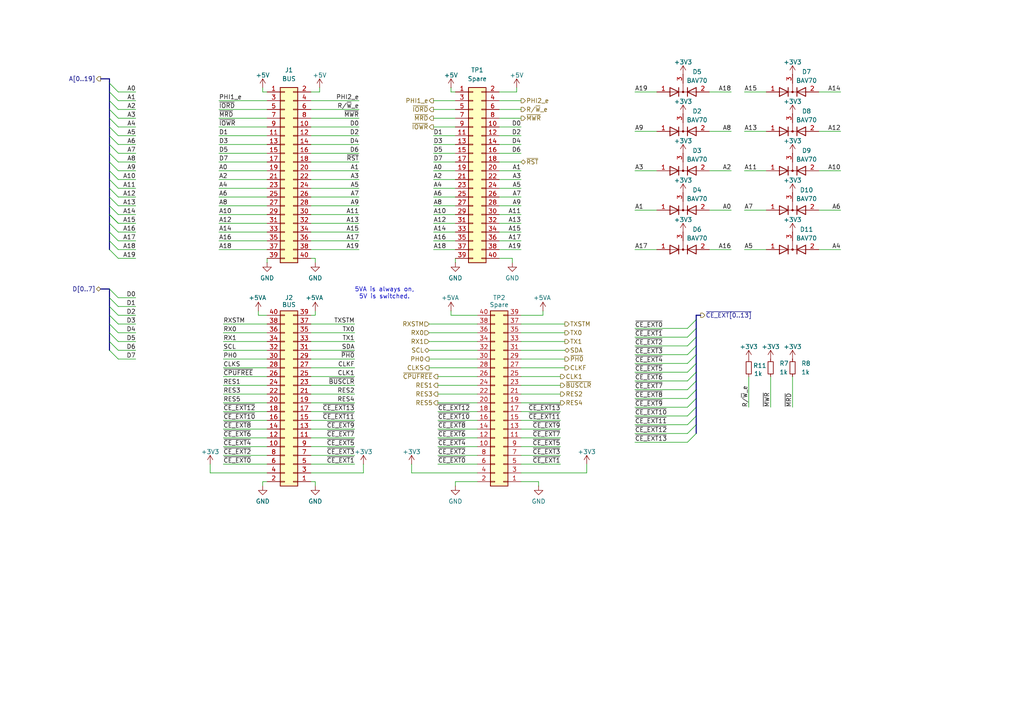
<source format=kicad_sch>
(kicad_sch (version 20231120) (generator "eeschema") (generator_version "8.0")
  (paper "A4")
  (title_block (title "Unicomp v3 - RAMROM Board") (date "2024-05-13") (rev "v1.2") (company "100% Offner") (comment 1 "v1.0: Initial"))
  (lib_symbols
    (symbol "Connector_Generic:Conn_02x20_Odd_Even" (pin_names (offset 1.016) hide)
      (property "Reference" "J" (at 1.27 25.4 0))
      (property "Value" "Conn_02x20_Odd_Even" (at 1.27 -27.94 0))
      (symbol "Conn_02x20_Odd_Even_1_1"
        (rectangle (start -1.27 -25.273) (end 0 -25.527) (stroke (width 0.1524)))
        (rectangle (start -1.27 -22.733) (end 0 -22.987) (stroke (width 0.1524)))
        (rectangle (start -1.27 -20.193) (end 0 -20.447) (stroke (width 0.1524)))
        (rectangle (start -1.27 -17.653) (end 0 -17.907) (stroke (width 0.1524)))
        (rectangle (start -1.27 -15.113) (end 0 -15.367) (stroke (width 0.1524)))
        (rectangle (start -1.27 -12.573) (end 0 -12.827) (stroke (width 0.1524)))
        (rectangle (start -1.27 -10.033) (end 0 -10.287) (stroke (width 0.1524)))
        (rectangle (start -1.27 -7.493) (end 0 -7.747) (stroke (width 0.1524)))
        (rectangle (start -1.27 -4.953) (end 0 -5.207) (stroke (width 0.1524)))
        (rectangle (start -1.27 -2.413) (end 0 -2.667) (stroke (width 0.1524)))
        (rectangle (start -1.27 0.127) (end 0 -0.127) (stroke (width 0.1524)))
        (rectangle (start -1.27 2.667) (end 0 2.413) (stroke (width 0.1524)))
        (rectangle (start -1.27 5.207) (end 0 4.953) (stroke (width 0.1524)))
        (rectangle (start -1.27 7.747) (end 0 7.493) (stroke (width 0.1524)))
        (rectangle (start -1.27 10.287) (end 0 10.033) (stroke (width 0.1524)))
        (rectangle (start -1.27 12.827) (end 0 12.573) (stroke (width 0.1524)))
        (rectangle (start -1.27 15.367) (end 0 15.113) (stroke (width 0.1524)))
        (rectangle (start -1.27 17.907) (end 0 17.653) (stroke (width 0.1524)))
        (rectangle (start -1.27 20.447) (end 0 20.193) (stroke (width 0.1524)))
        (rectangle (start -1.27 22.987) (end 0 22.733) (stroke (width 0.1524)))
        (rectangle (start -1.27 24.13) (end 3.81 -26.67) (stroke (width 0.254)) (fill (type background)))
        (rectangle (start 3.81 -25.273) (end 2.54 -25.527) (stroke (width 0.1524)))
        (rectangle (start 3.81 -22.733) (end 2.54 -22.987) (stroke (width 0.1524)))
        (rectangle (start 3.81 -20.193) (end 2.54 -20.447) (stroke (width 0.1524)))
        (rectangle (start 3.81 -17.653) (end 2.54 -17.907) (stroke (width 0.1524)))
        (rectangle (start 3.81 -15.113) (end 2.54 -15.367) (stroke (width 0.1524)))
        (rectangle (start 3.81 -12.573) (end 2.54 -12.827) (stroke (width 0.1524)))
        (rectangle (start 3.81 -10.033) (end 2.54 -10.287) (stroke (width 0.1524)))
        (rectangle (start 3.81 -7.493) (end 2.54 -7.747) (stroke (width 0.1524)))
        (rectangle (start 3.81 -4.953) (end 2.54 -5.207) (stroke (width 0.1524)))
        (rectangle (start 3.81 -2.413) (end 2.54 -2.667) (stroke (width 0.1524)))
        (rectangle (start 3.81 0.127) (end 2.54 -0.127) (stroke (width 0.1524)))
        (rectangle (start 3.81 2.667) (end 2.54 2.413) (stroke (width 0.1524)))
        (rectangle (start 3.81 5.207) (end 2.54 4.953) (stroke (width 0.1524)))
        (rectangle (start 3.81 7.747) (end 2.54 7.493) (stroke (width 0.1524)))
        (rectangle (start 3.81 10.287) (end 2.54 10.033) (stroke (width 0.1524)))
        (rectangle (start 3.81 12.827) (end 2.54 12.573) (stroke (width 0.1524)))
        (rectangle (start 3.81 15.367) (end 2.54 15.113) (stroke (width 0.1524)))
        (rectangle (start 3.81 17.907) (end 2.54 17.653) (stroke (width 0.1524)))
        (rectangle (start 3.81 20.447) (end 2.54 20.193) (stroke (width 0.1524)))
        (rectangle (start 3.81 22.987) (end 2.54 22.733) (stroke (width 0.1524)))
        (pin passive line (at -5.08 22.86 0) (length 3.81) (name "Pin_1") (number "1"))
        (pin passive line (at 7.62 12.7 180) (length 3.81) (name "Pin_10") (number "10"))
        (pin passive line (at -5.08 10.16 0) (length 3.81) (name "Pin_11") (number "11"))
        (pin passive line (at 7.62 10.16 180) (length 3.81) (name "Pin_12") (number "12"))
        (pin passive line (at -5.08 7.62 0) (length 3.81) (name "Pin_13") (number "13"))
        (pin passive line (at 7.62 7.62 180) (length 3.81) (name "Pin_14") (number "14"))
        (pin passive line (at -5.08 5.08 0) (length 3.81) (name "Pin_15") (number "15"))
        (pin passive line (at 7.62 5.08 180) (length 3.81) (name "Pin_16") (number "16"))
        (pin passive line (at -5.08 2.54 0) (length 3.81) (name "Pin_17") (number "17"))
        (pin passive line (at 7.62 2.54 180) (length 3.81) (name "Pin_18") (number "18"))
        (pin passive line (at -5.08 0 0) (length 3.81) (name "Pin_19") (number "19"))
        (pin passive line (at 7.62 22.86 180) (length 3.81) (name "Pin_2") (number "2"))
        (pin passive line (at 7.62 0 180) (length 3.81) (name "Pin_20") (number "20"))
        (pin passive line (at -5.08 -2.54 0) (length 3.81) (name "Pin_21") (number "21"))
        (pin passive line (at 7.62 -2.54 180) (length 3.81) (name "Pin_22") (number "22"))
        (pin passive line (at -5.08 -5.08 0) (length 3.81) (name "Pin_23") (number "23"))
        (pin passive line (at 7.62 -5.08 180) (length 3.81) (name "Pin_24") (number "24"))
        (pin passive line (at -5.08 -7.62 0) (length 3.81) (name "Pin_25") (number "25"))
        (pin passive line (at 7.62 -7.62 180) (length 3.81) (name "Pin_26") (number "26"))
        (pin passive line (at -5.08 -10.16 0) (length 3.81) (name "Pin_27") (number "27"))
        (pin passive line (at 7.62 -10.16 180) (length 3.81) (name "Pin_28") (number "28"))
        (pin passive line (at -5.08 -12.7 0) (length 3.81) (name "Pin_29") (number "29"))
        (pin passive line (at -5.08 20.32 0) (length 3.81) (name "Pin_3") (number "3"))
        (pin passive line (at 7.62 -12.7 180) (length 3.81) (name "Pin_30") (number "30"))
        (pin passive line (at -5.08 -15.24 0) (length 3.81) (name "Pin_31") (number "31"))
        (pin passive line (at 7.62 -15.24 180) (length 3.81) (name "Pin_32") (number "32"))
        (pin passive line (at -5.08 -17.78 0) (length 3.81) (name "Pin_33") (number "33"))
        (pin passive line (at 7.62 -17.78 180) (length 3.81) (name "Pin_34") (number "34"))
        (pin passive line (at -5.08 -20.32 0) (length 3.81) (name "Pin_35") (number "35"))
        (pin passive line (at 7.62 -20.32 180) (length 3.81) (name "Pin_36") (number "36"))
        (pin passive line (at -5.08 -22.86 0) (length 3.81) (name "Pin_37") (number "37"))
        (pin passive line (at 7.62 -22.86 180) (length 3.81) (name "Pin_38") (number "38"))
        (pin passive line (at -5.08 -25.4 0) (length 3.81) (name "Pin_39") (number "39"))
        (pin passive line (at 7.62 20.32 180) (length 3.81) (name "Pin_4") (number "4"))
        (pin passive line (at 7.62 -25.4 180) (length 3.81) (name "Pin_40") (number "40"))
        (pin passive line (at -5.08 17.78 0) (length 3.81) (name "Pin_5") (number "5"))
        (pin passive line (at 7.62 17.78 180) (length 3.81) (name "Pin_6") (number "6"))
        (pin passive line (at -5.08 15.24 0) (length 3.81) (name "Pin_7") (number "7"))
        (pin passive line (at 7.62 15.24 180) (length 3.81) (name "Pin_8") (number "8"))
        (pin passive line (at -5.08 12.7 0) (length 3.81) (name "Pin_9") (number "9"))
      )
    )
    (symbol "Device:R_Small" (pin_numbers hide) (pin_names (offset 0.254) hide)
      (property "Reference" "R" (at 0.762 0.508 0))
      (property "Value" "R_Small" (at 0.762 -1.016 0))
      (symbol "R_Small_0_1"
        (rectangle (start -0.762 1.778) (end 0.762 -1.778) (stroke (width 0.2032)))
      )
      (symbol "R_Small_1_1"
        (pin passive line (at 0 2.54 270) (length 0.762) (name "~") (number "1"))
        (pin passive line (at 0 -2.54 90) (length 0.762) (name "~") (number "2"))
      )
    )
    (symbol "Diode:BAV70" (pin_names hide)
      (property "Reference" "D" (at 0.635 -2.54 0))
      (property "Value" "BAV70" (at 0 2.54 0))
      (symbol "BAV70_0_1"
        (polyline (pts (xy -3.81 0) (xy 3.81 0)))
        (polyline (pts (xy 0 0) (xy 0 -2.54)))
        (polyline (pts (xy -1.27 -1.27) (xy -1.27 1.27) (xy -1.27 1.27)) (stroke (width 0.254)))
        (polyline (pts (xy 1.27 -1.27) (xy 1.27 1.27) (xy 1.27 1.27)) (stroke (width 0.254)))
        (polyline (pts (xy -3.81 1.27) (xy -1.27 0) (xy -3.81 -1.27) (xy -3.81 1.27) (xy -3.81 1.27) (xy -3.81 1.27)) (stroke (width 0.254)))
        (polyline (pts (xy 3.81 -1.27) (xy 1.27 0) (xy 3.81 1.27) (xy 3.81 -1.27) (xy 3.81 -1.27) (xy 3.81 -1.27)) (stroke (width 0.254)))
        (circle (center 0 0) (radius 0.254) (fill (type outline)))
        (pin passive line (at -7.62 0 0) (length 3.81) (name "A") (number "1"))
        (pin passive line (at 7.62 0 180) (length 3.81) (name "A") (number "2"))
        (pin passive line (at 0 -5.08 90) (length 2.54) (name "K") (number "3"))
      )
    )
    (symbol "power:+3V3" (power) (pin_numbers hide) (pin_names (offset 0) hide)
      (property "Value" "+3V3" (at 0 3.556 0))
      (symbol "+3V3_0_1"
        (polyline (pts (xy -0.762 1.27) (xy 0 2.54)))
        (polyline (pts (xy 0 0) (xy 0 2.54)))
        (polyline (pts (xy 0 2.54) (xy 0.762 1.27)))
      )
      (symbol "+3V3_1_1"
        (pin power_in line (at 0 0 90) (length 0) (name "~") (number "1"))
      )
    )
    (symbol "power:+5V" (power) (pin_numbers hide) (pin_names (offset 0) hide)
      (property "Value" "+5V" (at 0 3.556 0))
      (symbol "+5V_0_1"
        (polyline (pts (xy -0.762 1.27) (xy 0 2.54)))
        (polyline (pts (xy 0 0) (xy 0 2.54)))
        (polyline (pts (xy 0 2.54) (xy 0.762 1.27)))
      )
      (symbol "+5V_1_1"
        (pin power_in line (at 0 0 90) (length 0) (name "~") (number "1"))
      )
    )
    (symbol "power:+5VA" (power) (pin_numbers hide) (pin_names (offset 0) hide)
      (property "Value" "+5VA" (at 0 3.556 0))
      (symbol "+5VA_0_1"
        (polyline (pts (xy -0.762 1.27) (xy 0 2.54)))
        (polyline (pts (xy 0 0) (xy 0 2.54)))
        (polyline (pts (xy 0 2.54) (xy 0.762 1.27)))
      )
      (symbol "+5VA_1_1"
        (pin power_in line (at 0 0 90) (length 0) (name "~") (number "1"))
      )
    )
    (symbol "power:GND" (power) (pin_numbers hide) (pin_names (offset 0) hide)
      (property "Value" "GND" (at 0 -3.81 0))
      (symbol "GND_0_1"
        (polyline (pts (xy 0 0) (xy 0 -1.27) (xy 1.27 -1.27) (xy 0 -2.54) (xy -1.27 -1.27) (xy 0 -1.27)))
      )
      (symbol "GND_1_1"
        (pin power_in line (at 0 0 270) (length 0) (name "~") (number "1"))
      )
    )
  )
  (bus_entry (at 201.93 105.41) (size -2.54 2.54))
  (bus_entry (at 201.93 102.87) (size -2.54 2.54))
  (bus_entry (at 31.75 57.15) (size 2.54 2.54))
  (bus_entry (at 31.75 49.53) (size 2.54 2.54))
  (bus_entry (at 31.75 34.29) (size 2.54 2.54))
  (bus_entry (at 31.75 62.23) (size 2.54 2.54))
  (bus_entry (at 31.75 72.39) (size 2.54 2.54))
  (bus_entry (at 201.93 110.49) (size -2.54 2.54))
  (bus_entry (at 31.75 91.44) (size 2.54 2.54))
  (bus_entry (at 31.75 83.82) (size 2.54 2.54))
  (bus_entry (at 31.75 99.06) (size 2.54 2.54))
  (bus_entry (at 201.93 125.73) (size -2.54 2.54))
  (bus_entry (at 201.93 113.03) (size -2.54 2.54))
  (bus_entry (at 31.75 36.83) (size 2.54 2.54))
  (bus_entry (at 31.75 24.13) (size 2.54 2.54))
  (bus_entry (at 201.93 120.65) (size -2.54 2.54))
  (bus_entry (at 31.75 67.31) (size 2.54 2.54))
  (bus_entry (at 31.75 54.61) (size 2.54 2.54))
  (bus_entry (at 31.75 44.45) (size 2.54 2.54))
  (bus_entry (at 201.93 107.95) (size -2.54 2.54))
  (bus_entry (at 31.75 86.36) (size 2.54 2.54))
  (bus_entry (at 31.75 41.91) (size 2.54 2.54))
  (bus_entry (at 31.75 46.99) (size 2.54 2.54))
  (bus_entry (at 31.75 39.37) (size 2.54 2.54))
  (bus_entry (at 201.93 118.11) (size -2.54 2.54))
  (bus_entry (at 31.75 31.75) (size 2.54 2.54))
  (bus_entry (at 31.75 29.21) (size 2.54 2.54))
  (bus_entry (at 201.93 123.19) (size -2.54 2.54))
  (bus_entry (at 201.93 100.33) (size -2.54 2.54))
  (bus_entry (at 31.75 96.52) (size 2.54 2.54))
  (bus_entry (at 201.93 115.57) (size -2.54 2.54))
  (bus_entry (at 31.75 26.67) (size 2.54 2.54))
  (bus_entry (at 31.75 88.9) (size 2.54 2.54))
  (bus_entry (at 31.75 52.07) (size 2.54 2.54))
  (bus_entry (at 201.93 97.79) (size -2.54 2.54))
  (bus_entry (at 201.93 95.25) (size -2.54 2.54))
  (bus_entry (at 31.75 62.23) (size 2.54 2.54))
  (bus_entry (at 31.75 69.85) (size 2.54 2.54))
  (bus_entry (at 31.75 59.69) (size 2.54 2.54))
  (bus_entry (at 201.93 92.71) (size -2.54 2.54))
  (bus_entry (at 31.75 93.98) (size 2.54 2.54))
  (bus_entry (at 31.75 64.77) (size 2.54 2.54))
  (bus_entry (at 31.75 101.6) (size 2.54 2.54))
  (wire (pts (xy 39.37 91.44) (xy 34.29 91.44)))
  (wire (pts (xy 125.73 41.91) (xy 132.08 41.91)))
  (bus (pts (xy 31.75 91.44) (xy 31.75 88.9)))
  (wire (pts (xy 215.9 49.53) (xy 222.25 49.53)))
  (bus (pts (xy 31.75 31.75) (xy 31.75 29.21)))
  (wire (pts (xy 91.44 74.93) (xy 90.17 74.93)))
  (wire (pts (xy 184.15 105.41) (xy 199.39 105.41)))
  (bus (pts (xy 201.93 102.87) (xy 201.93 105.41)))
  (wire (pts (xy 151.13 116.84) (xy 162.56 116.84)))
  (wire (pts (xy 125.73 44.45) (xy 132.08 44.45)))
  (wire (pts (xy 63.5 29.21) (xy 77.47 29.21)))
  (wire (pts (xy 144.78 57.15) (xy 151.13 57.15)))
  (wire (pts (xy 91.44 90.17) (xy 91.44 91.44)))
  (wire (pts (xy 156.21 139.7) (xy 151.13 139.7)))
  (wire (pts (xy 39.37 104.14) (xy 34.29 104.14)))
  (wire (pts (xy 90.17 99.06) (xy 102.87 99.06)))
  (wire (pts (xy 170.18 134.62) (xy 170.18 137.16)))
  (wire (pts (xy 125.73 39.37) (xy 132.08 39.37)))
  (wire (pts (xy 63.5 64.77) (xy 77.47 64.77)))
  (wire (pts (xy 130.81 90.17) (xy 130.81 91.44)))
  (wire (pts (xy 64.77 134.62) (xy 77.47 134.62)))
  (wire (pts (xy 144.78 64.77) (xy 151.13 64.77)))
  (wire (pts (xy 144.78 69.85) (xy 151.13 69.85)))
  (wire (pts (xy 64.77 121.92) (xy 77.47 121.92)))
  (wire (pts (xy 151.13 129.54) (xy 162.56 129.54)))
  (wire (pts (xy 237.49 38.1) (xy 243.84 38.1)))
  (wire (pts (xy 215.9 38.1) (xy 222.25 38.1)))
  (wire (pts (xy 127 111.76) (xy 138.43 111.76)))
  (wire (pts (xy 90.17 64.77) (xy 104.14 64.77)))
  (wire (pts (xy 149.86 26.67) (xy 144.78 26.67)))
  (wire (pts (xy 39.37 69.85) (xy 34.29 69.85)))
  (wire (pts (xy 91.44 76.2) (xy 91.44 74.93)))
  (wire (pts (xy 151.13 99.06) (xy 163.83 99.06)))
  (wire (pts (xy 90.17 59.69) (xy 104.14 59.69)))
  (wire (pts (xy 127 127) (xy 138.43 127)))
  (wire (pts (xy 184.15 97.79) (xy 199.39 97.79)))
  (wire (pts (xy 130.81 91.44) (xy 138.43 91.44)))
  (bus (pts (xy 201.93 91.44) (xy 201.93 92.71)))
  (wire (pts (xy 63.5 36.83) (xy 77.47 36.83)))
  (wire (pts (xy 63.5 39.37) (xy 77.47 39.37)))
  (wire (pts (xy 184.15 102.87) (xy 199.39 102.87)))
  (wire (pts (xy 205.74 60.96) (xy 212.09 60.96)))
  (wire (pts (xy 90.17 116.84) (xy 102.87 116.84)))
  (wire (pts (xy 184.15 72.39) (xy 190.5 72.39)))
  (wire (pts (xy 157.48 90.17) (xy 157.48 91.44)))
  (wire (pts (xy 125.73 69.85) (xy 132.08 69.85)))
  (wire (pts (xy 60.96 137.16) (xy 77.47 137.16)))
  (bus (pts (xy 201.93 95.25) (xy 201.93 97.79)))
  (wire (pts (xy 205.74 49.53) (xy 212.09 49.53)))
  (wire (pts (xy 148.59 76.2) (xy 148.59 74.93)))
  (wire (pts (xy 205.74 72.39) (xy 212.09 72.39)))
  (wire (pts (xy 151.13 127) (xy 162.56 127)))
  (bus (pts (xy 31.75 99.06) (xy 31.75 96.52)))
  (wire (pts (xy 215.9 26.67) (xy 222.25 26.67)))
  (bus (pts (xy 31.75 88.9) (xy 31.75 86.36)))
  (wire (pts (xy 125.73 46.99) (xy 132.08 46.99)))
  (wire (pts (xy 76.2 25.4) (xy 76.2 26.67)))
  (wire (pts (xy 125.73 31.75) (xy 132.08 31.75)))
  (wire (pts (xy 39.37 36.83) (xy 34.29 36.83)))
  (wire (pts (xy 39.37 57.15) (xy 34.29 57.15)))
  (wire (pts (xy 74.93 91.44) (xy 77.47 91.44)))
  (bus (pts (xy 31.75 64.77) (xy 31.75 62.23)))
  (wire (pts (xy 39.37 62.23) (xy 34.29 62.23)))
  (wire (pts (xy 64.77 99.06) (xy 77.47 99.06)))
  (wire (pts (xy 149.86 25.4) (xy 149.86 26.67)))
  (wire (pts (xy 125.73 57.15) (xy 132.08 57.15)))
  (wire (pts (xy 39.37 52.07) (xy 34.29 52.07)))
  (wire (pts (xy 90.17 36.83) (xy 104.14 36.83)))
  (bus (pts (xy 201.93 123.19) (xy 201.93 125.73)))
  (wire (pts (xy 39.37 49.53) (xy 34.29 49.53)))
  (bus (pts (xy 31.75 44.45) (xy 31.75 41.91)))
  (wire (pts (xy 92.71 25.4) (xy 92.71 26.67)))
  (wire (pts (xy 90.17 31.75) (xy 104.14 31.75)))
  (wire (pts (xy 64.77 124.46) (xy 77.47 124.46)))
  (bus (pts (xy 31.75 86.36) (xy 31.75 83.82)))
  (wire (pts (xy 64.77 106.68) (xy 77.47 106.68)))
  (wire (pts (xy 39.37 88.9) (xy 34.29 88.9)))
  (wire (pts (xy 184.15 26.67) (xy 190.5 26.67)))
  (wire (pts (xy 64.77 101.6) (xy 77.47 101.6)))
  (wire (pts (xy 64.77 114.3) (xy 77.47 114.3)))
  (bus (pts (xy 31.75 69.85) (xy 31.75 67.31)))
  (wire (pts (xy 39.37 46.99) (xy 34.29 46.99)))
  (wire (pts (xy 125.73 59.69) (xy 132.08 59.69)))
  (wire (pts (xy 39.37 96.52) (xy 34.29 96.52)))
  (wire (pts (xy 64.77 129.54) (xy 77.47 129.54)))
  (wire (pts (xy 39.37 39.37) (xy 34.29 39.37)))
  (wire (pts (xy 237.49 49.53) (xy 243.84 49.53)))
  (wire (pts (xy 125.73 36.83) (xy 132.08 36.83)))
  (wire (pts (xy 125.73 52.07) (xy 132.08 52.07)))
  (wire (pts (xy 39.37 34.29) (xy 34.29 34.29)))
  (wire (pts (xy 63.5 31.75) (xy 77.47 31.75)))
  (wire (pts (xy 127 116.84) (xy 138.43 116.84)))
  (wire (pts (xy 151.13 124.46) (xy 162.56 124.46)))
  (wire (pts (xy 184.15 123.19) (xy 199.39 123.19)))
  (wire (pts (xy 130.81 26.67) (xy 132.08 26.67)))
  (wire (pts (xy 151.13 101.6) (xy 163.83 101.6)))
  (bus (pts (xy 201.93 107.95) (xy 201.93 110.49)))
  (wire (pts (xy 184.15 107.95) (xy 199.39 107.95)))
  (bus (pts (xy 31.75 39.37) (xy 31.75 36.83)))
  (wire (pts (xy 63.5 52.07) (xy 77.47 52.07)))
  (wire (pts (xy 90.17 134.62) (xy 102.87 134.62)))
  (bus (pts (xy 31.75 93.98) (xy 31.75 91.44)))
  (wire (pts (xy 39.37 44.45) (xy 34.29 44.45)))
  (wire (pts (xy 157.48 91.44) (xy 151.13 91.44)))
  (wire (pts (xy 127 114.3) (xy 138.43 114.3)))
  (wire (pts (xy 124.46 106.68) (xy 138.43 106.68)))
  (wire (pts (xy 77.47 76.2) (xy 77.47 74.93)))
  (wire (pts (xy 63.5 72.39) (xy 77.47 72.39)))
  (wire (pts (xy 151.13 109.22) (xy 162.56 109.22)))
  (wire (pts (xy 90.17 69.85) (xy 104.14 69.85)))
  (wire (pts (xy 184.15 100.33) (xy 199.39 100.33)))
  (wire (pts (xy 63.5 62.23) (xy 77.47 62.23)))
  (wire (pts (xy 127 119.38) (xy 138.43 119.38)))
  (wire (pts (xy 63.5 59.69) (xy 77.47 59.69)))
  (wire (pts (xy 90.17 57.15) (xy 104.14 57.15)))
  (wire (pts (xy 91.44 91.44) (xy 90.17 91.44)))
  (wire (pts (xy 125.73 62.23) (xy 132.08 62.23)))
  (bus (pts (xy 31.75 52.07) (xy 31.75 49.53)))
  (bus (pts (xy 31.75 54.61) (xy 31.75 52.07)))
  (wire (pts (xy 39.37 64.77) (xy 34.29 64.77)))
  (bus (pts (xy 203.2 91.44) (xy 201.93 91.44)))
  (wire (pts (xy 184.15 95.25) (xy 199.39 95.25)))
  (wire (pts (xy 144.78 62.23) (xy 151.13 62.23)))
  (wire (pts (xy 125.73 34.29) (xy 132.08 34.29)))
  (wire (pts (xy 237.49 26.67) (xy 243.84 26.67)))
  (bus (pts (xy 31.75 72.39) (xy 31.75 69.85)))
  (wire (pts (xy 144.78 67.31) (xy 151.13 67.31)))
  (wire (pts (xy 151.13 132.08) (xy 162.56 132.08)))
  (wire (pts (xy 119.38 137.16) (xy 138.43 137.16)))
  (wire (pts (xy 151.13 96.52) (xy 163.83 96.52)))
  (wire (pts (xy 63.5 54.61) (xy 77.47 54.61)))
  (bus (pts (xy 31.75 49.53) (xy 31.75 46.99)))
  (wire (pts (xy 76.2 140.97) (xy 76.2 139.7)))
  (wire (pts (xy 156.21 140.97) (xy 156.21 139.7)))
  (wire (pts (xy 39.37 99.06) (xy 34.29 99.06)))
  (wire (pts (xy 91.44 140.97) (xy 91.44 139.7)))
  (bus (pts (xy 31.75 29.21) (xy 31.75 26.67)))
  (wire (pts (xy 125.73 67.31) (xy 132.08 67.31)))
  (wire (pts (xy 144.78 49.53) (xy 151.13 49.53)))
  (wire (pts (xy 39.37 86.36) (xy 34.29 86.36)))
  (bus (pts (xy 31.75 83.82) (xy 29.21 83.82)))
  (wire (pts (xy 127 121.92) (xy 138.43 121.92)))
  (wire (pts (xy 127 129.54) (xy 138.43 129.54)))
  (wire (pts (xy 63.5 34.29) (xy 77.47 34.29)))
  (wire (pts (xy 144.78 34.29) (xy 151.13 34.29)))
  (wire (pts (xy 184.15 118.11) (xy 199.39 118.11)))
  (wire (pts (xy 63.5 46.99) (xy 77.47 46.99)))
  (wire (pts (xy 90.17 106.68) (xy 102.87 106.68)))
  (wire (pts (xy 144.78 29.21) (xy 151.13 29.21)))
  (wire (pts (xy 76.2 26.67) (xy 77.47 26.67)))
  (wire (pts (xy 90.17 114.3) (xy 102.87 114.3)))
  (wire (pts (xy 184.15 125.73) (xy 199.39 125.73)))
  (wire (pts (xy 132.08 76.2) (xy 132.08 74.93)))
  (wire (pts (xy 125.73 72.39) (xy 132.08 72.39)))
  (wire (pts (xy 74.93 90.17) (xy 74.93 91.44)))
  (wire (pts (xy 64.77 109.22) (xy 77.47 109.22)))
  (wire (pts (xy 39.37 74.93) (xy 34.29 74.93)))
  (wire (pts (xy 90.17 104.14) (xy 102.87 104.14)))
  (wire (pts (xy 184.15 128.27) (xy 199.39 128.27)))
  (wire (pts (xy 90.17 44.45) (xy 104.14 44.45)))
  (bus (pts (xy 201.93 118.11) (xy 201.93 120.65)))
  (wire (pts (xy 64.77 111.76) (xy 77.47 111.76)))
  (wire (pts (xy 144.78 54.61) (xy 151.13 54.61)))
  (bus (pts (xy 201.93 110.49) (xy 201.93 113.03)))
  (wire (pts (xy 124.46 101.6) (xy 138.43 101.6)))
  (bus (pts (xy 31.75 57.15) (xy 31.75 54.61)))
  (bus (pts (xy 201.93 100.33) (xy 201.93 102.87)))
  (wire (pts (xy 151.13 93.98) (xy 163.83 93.98)))
  (wire (pts (xy 63.5 69.85) (xy 77.47 69.85)))
  (wire (pts (xy 64.77 93.98) (xy 77.47 93.98)))
  (wire (pts (xy 39.37 31.75) (xy 34.29 31.75)))
  (wire (pts (xy 237.49 60.96) (xy 243.84 60.96)))
  (wire (pts (xy 90.17 62.23) (xy 104.14 62.23)))
  (wire (pts (xy 124.46 96.52) (xy 138.43 96.52)))
  (wire (pts (xy 127 124.46) (xy 138.43 124.46)))
  (wire (pts (xy 90.17 49.53) (xy 104.14 49.53)))
  (bus (pts (xy 31.75 46.99) (xy 31.75 44.45)))
  (wire (pts (xy 64.77 96.52) (xy 77.47 96.52)))
  (wire (pts (xy 124.46 104.14) (xy 138.43 104.14)))
  (wire (pts (xy 205.74 26.67) (xy 212.09 26.67)))
  (wire (pts (xy 184.15 49.53) (xy 190.5 49.53)))
  (wire (pts (xy 90.17 127) (xy 102.87 127)))
  (wire (pts (xy 92.71 26.67) (xy 90.17 26.67)))
  (wire (pts (xy 76.2 139.7) (xy 77.47 139.7)))
  (wire (pts (xy 124.46 99.06) (xy 138.43 99.06)))
  (wire (pts (xy 144.78 44.45) (xy 151.13 44.45)))
  (wire (pts (xy 144.78 59.69) (xy 151.13 59.69)))
  (wire (pts (xy 229.87 109.22) (xy 229.87 118.11)))
  (wire (pts (xy 125.73 54.61) (xy 132.08 54.61)))
  (wire (pts (xy 63.5 67.31) (xy 77.47 67.31)))
  (wire (pts (xy 184.15 113.03) (xy 199.39 113.03)))
  (wire (pts (xy 127 132.08) (xy 138.43 132.08)))
  (wire (pts (xy 90.17 119.38) (xy 102.87 119.38)))
  (wire (pts (xy 63.5 41.91) (xy 77.47 41.91)))
  (wire (pts (xy 39.37 59.69) (xy 34.29 59.69)))
  (wire (pts (xy 63.5 44.45) (xy 77.47 44.45)))
  (wire (pts (xy 60.96 134.62) (xy 60.96 137.16)))
  (wire (pts (xy 151.13 119.38) (xy 162.56 119.38)))
  (wire (pts (xy 64.77 116.84) (xy 77.47 116.84)))
  (wire (pts (xy 217.17 109.22) (xy 217.17 118.11)))
  (wire (pts (xy 90.17 129.54) (xy 102.87 129.54)))
  (wire (pts (xy 127 134.62) (xy 138.43 134.62)))
  (wire (pts (xy 39.37 93.98) (xy 34.29 93.98)))
  (wire (pts (xy 64.77 127) (xy 77.47 127)))
  (wire (pts (xy 39.37 101.6) (xy 34.29 101.6)))
  (wire (pts (xy 64.77 119.38) (xy 77.47 119.38)))
  (wire (pts (xy 144.78 31.75) (xy 151.13 31.75)))
  (bus (pts (xy 201.93 113.03) (xy 201.93 115.57)))
  (bus (pts (xy 31.75 36.83) (xy 31.75 34.29)))
  (wire (pts (xy 151.13 111.76) (xy 162.56 111.76)))
  (wire (pts (xy 90.17 41.91) (xy 104.14 41.91)))
  (wire (pts (xy 151.13 137.16) (xy 170.18 137.16)))
  (wire (pts (xy 63.5 57.15) (xy 77.47 57.15)))
  (wire (pts (xy 148.59 74.93) (xy 144.78 74.93)))
  (wire (pts (xy 90.17 39.37) (xy 104.14 39.37)))
  (wire (pts (xy 119.38 134.62) (xy 119.38 137.16)))
  (wire (pts (xy 90.17 34.29) (xy 104.14 34.29)))
  (wire (pts (xy 39.37 41.91) (xy 34.29 41.91)))
  (wire (pts (xy 132.08 139.7) (xy 138.43 139.7)))
  (wire (pts (xy 125.73 64.77) (xy 132.08 64.77)))
  (wire (pts (xy 39.37 29.21) (xy 34.29 29.21)))
  (wire (pts (xy 90.17 93.98) (xy 102.87 93.98)))
  (wire (pts (xy 144.78 41.91) (xy 151.13 41.91)))
  (wire (pts (xy 144.78 46.99) (xy 151.13 46.99)))
  (wire (pts (xy 184.15 38.1) (xy 190.5 38.1)))
  (bus (pts (xy 201.93 92.71) (xy 201.93 95.25)))
  (bus (pts (xy 31.75 59.69) (xy 31.75 57.15)))
  (wire (pts (xy 90.17 101.6) (xy 102.87 101.6)))
  (wire (pts (xy 90.17 124.46) (xy 102.87 124.46)))
  (wire (pts (xy 215.9 60.96) (xy 222.25 60.96)))
  (bus (pts (xy 31.75 41.91) (xy 31.75 39.37)))
  (wire (pts (xy 90.17 109.22) (xy 102.87 109.22)))
  (wire (pts (xy 151.13 104.14) (xy 163.83 104.14)))
  (wire (pts (xy 125.73 29.21) (xy 132.08 29.21)))
  (wire (pts (xy 184.15 110.49) (xy 199.39 110.49)))
  (bus (pts (xy 31.75 26.67) (xy 31.75 24.13)))
  (wire (pts (xy 184.15 120.65) (xy 199.39 120.65)))
  (wire (pts (xy 64.77 132.08) (xy 77.47 132.08)))
  (bus (pts (xy 31.75 62.23) (xy 31.75 59.69)))
  (wire (pts (xy 39.37 72.39) (xy 34.29 72.39)))
  (wire (pts (xy 90.17 111.76) (xy 102.87 111.76)))
  (wire (pts (xy 39.37 67.31) (xy 34.29 67.31)))
  (bus (pts (xy 31.75 24.13) (xy 31.75 22.86)))
  (wire (pts (xy 130.81 25.4) (xy 130.81 26.67)))
  (wire (pts (xy 90.17 121.92) (xy 102.87 121.92)))
  (wire (pts (xy 90.17 137.16) (xy 105.41 137.16)))
  (bus (pts (xy 31.75 96.52) (xy 31.75 93.98)))
  (wire (pts (xy 184.15 60.96) (xy 190.5 60.96)))
  (wire (pts (xy 90.17 67.31) (xy 104.14 67.31)))
  (wire (pts (xy 63.5 49.53) (xy 77.47 49.53)))
  (wire (pts (xy 90.17 29.21) (xy 104.14 29.21)))
  (bus (pts (xy 201.93 115.57) (xy 201.93 118.11)))
  (wire (pts (xy 90.17 52.07) (xy 104.14 52.07)))
  (wire (pts (xy 90.17 54.61) (xy 104.14 54.61)))
  (wire (pts (xy 125.73 49.53) (xy 132.08 49.53)))
  (wire (pts (xy 39.37 26.67) (xy 34.29 26.67)))
  (wire (pts (xy 144.78 72.39) (xy 151.13 72.39)))
  (bus (pts (xy 31.75 101.6) (xy 31.75 99.06)))
  (wire (pts (xy 90.17 72.39) (xy 104.14 72.39)))
  (wire (pts (xy 151.13 121.92) (xy 162.56 121.92)))
  (wire (pts (xy 151.13 134.62) (xy 162.56 134.62)))
  (wire (pts (xy 151.13 114.3) (xy 162.56 114.3)))
  (wire (pts (xy 215.9 72.39) (xy 222.25 72.39)))
  (bus (pts (xy 31.75 67.31) (xy 31.75 64.77)))
  (wire (pts (xy 144.78 39.37) (xy 151.13 39.37)))
  (wire (pts (xy 144.78 52.07) (xy 151.13 52.07)))
  (wire (pts (xy 90.17 132.08) (xy 102.87 132.08)))
  (wire (pts (xy 127 109.22) (xy 138.43 109.22)))
  (wire (pts (xy 105.41 134.62) (xy 105.41 137.16)))
  (wire (pts (xy 91.44 139.7) (xy 90.17 139.7)))
  (wire (pts (xy 184.15 115.57) (xy 199.39 115.57)))
  (wire (pts (xy 151.13 106.68) (xy 163.83 106.68)))
  (wire (pts (xy 237.49 72.39) (xy 243.84 72.39)))
  (wire (pts (xy 90.17 46.99) (xy 104.14 46.99)))
  (bus (pts (xy 31.75 22.86) (xy 29.21 22.86)))
  (wire (pts (xy 144.78 36.83) (xy 151.13 36.83)))
  (wire (pts (xy 223.52 109.22) (xy 223.52 118.11)))
  (bus (pts (xy 201.93 120.65) (xy 201.93 123.19)))
  (wire (pts (xy 132.08 140.97) (xy 132.08 139.7)))
  (wire (pts (xy 205.74 38.1) (xy 212.09 38.1)))
  (wire (pts (xy 90.17 96.52) (xy 102.87 96.52)))
  (bus (pts (xy 201.93 97.79) (xy 201.93 100.33)))
  (wire (pts (xy 39.37 54.61) (xy 34.29 54.61)))
  (bus (pts (xy 201.93 105.41) (xy 201.93 107.95)))
  (wire (pts (xy 124.46 93.98) (xy 138.43 93.98)))
  (bus (pts (xy 31.75 34.29) (xy 31.75 31.75)))
  (wire (pts (xy 64.77 104.14) (xy 77.47 104.14)))
  (text "5VA is always on,\n5V is switched." (at 111.506 85.09 0) (effects (font (size 1.27 1.27))))
  (label "D7" (at 63.5 46.99 0))
  (label "A2" (at 212.09 49.53 180))
  (label "~{CE_EXT8}" (at 64.77 124.46 0))
  (label "A7" (at 215.9 60.96 0))
  (label "~{CE_EXT1}" (at 102.87 134.62 180))
  (label "A3" (at 184.15 49.53 0))
  (label "A12" (at 243.84 38.1 180))
  (label "~{CE_EXT7}" (at 184.15 113.03 0))
  (label "A19" (at 151.13 72.39 180))
  (label "~{CE_EXT13}" (at 184.15 128.27 0))
  (label "~{CE_EXT6}" (at 64.77 127 0))
  (label "A15" (at 151.13 67.31 180))
  (label "A0" (at 39.37 26.67 180))
  (label "RX1" (at 64.77 99.06 0))
  (label "A6" (at 243.84 60.96 180))
  (label "A17" (at 39.37 69.85 180))
  (label "A13" (at 215.9 38.1 0))
  (label "A17" (at 104.14 69.85 180))
  (label "A0" (at 63.5 49.53 0))
  (label "~{CE_EXT5}" (at 162.56 129.54 180))
  (label "~{CE_EXT1}" (at 162.56 134.62 180))
  (label "A6" (at 63.5 57.15 0))
  (label "A18" (at 63.5 72.39 0))
  (label "A7" (at 151.13 57.15 180))
  (label "A17" (at 151.13 69.85 180))
  (label "D7" (at 125.73 46.99 0))
  (label "RES5" (at 64.77 116.84 0))
  (label "~{CE_EXT8}" (at 127 124.46 0))
  (label "A11" (at 151.13 62.23 180))
  (label "D6" (at 151.13 44.45 180))
  (label "~{CE_EXT13}" (at 102.87 119.38 180))
  (label "D2" (at 39.37 91.44 180))
  (label "D7" (at 39.37 104.14 180))
  (label "A13" (at 104.14 64.77 180))
  (label "A0" (at 125.73 49.53 0))
  (label "A16" (at 63.5 69.85 0))
  (label "A5" (at 39.37 39.37 180))
  (label "A15" (at 39.37 64.77 180))
  (label "A9" (at 39.37 49.53 180))
  (label "~{CE_EXT4}" (at 64.77 129.54 0))
  (label "A4" (at 125.73 54.61 0))
  (label "~{CE_EXT11}" (at 184.15 123.19 0))
  (label "~{CE_EXT13}" (at 162.56 119.38 180))
  (label "A5" (at 104.14 54.61 180))
  (label "A12" (at 63.5 64.77 0))
  (label "D2" (at 104.14 39.37 180))
  (label "A8" (at 63.5 59.69 0))
  (label "CLK1" (at 102.87 109.22 180))
  (label "~{CE_EXT5}" (at 102.87 129.54 180))
  (label "A9" (at 184.15 38.1 0))
  (label "R{slash}~{W}_e" (at 217.17 118.11 90))
  (label "SDA" (at 102.87 101.6 180))
  (label "D5" (at 39.37 99.06 180))
  (label "A11" (at 39.37 54.61 180))
  (label "CLKF" (at 102.87 106.68 180))
  (label "A2" (at 63.5 52.07 0))
  (label "~{CE_EXT3}" (at 184.15 102.87 0))
  (label "~{CE_EXT6}" (at 127 127 0))
  (label "~{CE_EXT6}" (at 184.15 110.49 0))
  (label "A5" (at 151.13 54.61 180))
  (label "A17" (at 184.15 72.39 0))
  (label "A19" (at 184.15 26.67 0))
  (label "A11" (at 104.14 62.23 180))
  (label "~{CE_EXT0}" (at 127 134.62 0))
  (label "A7" (at 104.14 57.15 180))
  (label "A10" (at 39.37 52.07 180))
  (label "~{MRD}" (at 229.87 118.11 90))
  (label "A16" (at 125.73 69.85 0))
  (label "A9" (at 151.13 59.69 180))
  (label "~{CE_EXT12}" (at 127 119.38 0))
  (label "~{CE_EXT0}" (at 64.77 134.62 0))
  (label "~{IORD}" (at 63.5 31.75 0))
  (label "A3" (at 151.13 52.07 180))
  (label "A2" (at 125.73 52.07 0))
  (label "~{CE_EXT7}" (at 102.87 127 180))
  (label "RES4" (at 102.87 116.84 180))
  (label "~{CE_EXT0}" (at 184.15 95.25 0))
  (label "A18" (at 212.09 26.67 180))
  (label "~{MWR}" (at 223.52 118.11 90))
  (label "D0" (at 39.37 86.36 180))
  (label "~{CE_EXT3}" (at 102.87 132.08 180))
  (label "A7" (at 39.37 44.45 180))
  (label "~{CE_EXT9}" (at 184.15 118.11 0))
  (label "A15" (at 104.14 67.31 180))
  (label "PH0" (at 64.77 104.14 0))
  (label "A5" (at 215.9 72.39 0))
  (label "TX0" (at 102.87 96.52 180))
  (label "~{CE_EXT8}" (at 184.15 115.57 0))
  (label "~{MWR}" (at 104.14 34.29 180))
  (label "A19" (at 104.14 72.39 180))
  (label "D3" (at 63.5 41.91 0))
  (label "RES1" (at 64.77 111.76 0))
  (label "D4" (at 151.13 41.91 180))
  (label "A3" (at 39.37 34.29 180))
  (label "D0" (at 151.13 36.83 180))
  (label "A14" (at 63.5 67.31 0))
  (label "A10" (at 125.73 62.23 0))
  (label "~{RST}" (at 104.14 46.99 180))
  (label "A4" (at 243.84 72.39 180))
  (label "D1" (at 125.73 39.37 0))
  (label "D4" (at 104.14 41.91 180))
  (label "A12" (at 39.37 57.15 180))
  (label "~{CE_EXT2}" (at 127 132.08 0))
  (label "D1" (at 39.37 88.9 180))
  (label "~{CE_EXT5}" (at 184.15 107.95 0))
  (label "~{CPUFREE}" (at 64.77 109.22 0))
  (label "D5" (at 125.73 44.45 0))
  (label "A8" (at 125.73 59.69 0))
  (label "D3" (at 39.37 93.98 180))
  (label "~{IOWR}" (at 63.5 36.83 0))
  (label "A4" (at 39.37 36.83 180))
  (label "~{CE_EXT9}" (at 162.56 124.46 180))
  (label "A10" (at 63.5 62.23 0))
  (label "A14" (at 39.37 62.23 180))
  (label "~{CE_EXT10}" (at 127 121.92 0))
  (label "D6" (at 104.14 44.45 180))
  (label "~{CE_EXT10}" (at 184.15 120.65 0))
  (label "A2" (at 39.37 31.75 180))
  (label "A16" (at 212.09 72.39 180))
  (label "D5" (at 63.5 44.45 0))
  (label "R{slash}~{W}_e" (at 104.14 31.75 180))
  (label "D2" (at 151.13 39.37 180))
  (label "CLKS" (at 64.77 106.68 0))
  (label "PHI2_e" (at 104.14 29.21 180))
  (label "A1" (at 184.15 60.96 0))
  (label "D1" (at 63.5 39.37 0))
  (label "A6" (at 125.73 57.15 0))
  (label "A13" (at 39.37 59.69 180))
  (label "A14" (at 125.73 67.31 0))
  (label "RES2" (at 102.87 114.3 180))
  (label "A14" (at 243.84 26.67 180))
  (label "A18" (at 39.37 72.39 180))
  (label "A13" (at 151.13 64.77 180))
  (label "~{CE_EXT7}" (at 162.56 127 180))
  (label "~{CE_EXT2}" (at 184.15 100.33 0))
  (label "~{CE_EXT10}" (at 64.77 121.92 0))
  (label "~{CE_EXT11}" (at 162.56 121.92 180))
  (label "A1" (at 104.14 49.53 180))
  (label "A15" (at 215.9 26.67 0))
  (label "~{CE_EXT11}" (at 102.87 121.92 180))
  (label "TXSTM" (at 102.87 93.98 180))
  (label "A12" (at 125.73 64.77 0))
  (label "~{CE_EXT2}" (at 64.77 132.08 0))
  (label "A3" (at 104.14 52.07 180))
  (label "~{CE_EXT12}" (at 64.77 119.38 0))
  (label "~{CE_EXT1}" (at 184.15 97.79 0))
  (label "A4" (at 63.5 54.61 0))
  (label "D3" (at 125.73 41.91 0))
  (label "~{CE_EXT3}" (at 162.56 132.08 180))
  (label "D6" (at 39.37 101.6 180))
  (label "D4" (at 39.37 96.52 180))
  (label "TX1" (at 102.87 99.06 180))
  (label "~{CE_EXT12}" (at 184.15 125.73 0))
  (label "SCL" (at 64.77 101.6 0))
  (label "A9" (at 104.14 59.69 180))
  (label "A6" (at 39.37 41.91 180))
  (label "A18" (at 125.73 72.39 0))
  (label "RXSTM" (at 64.77 93.98 0))
  (label "~{PH0}" (at 102.87 104.14 180))
  (label "D0" (at 104.14 36.83 180))
  (label "RX0" (at 64.77 96.52 0))
  (label "~{MRD}" (at 63.5 34.29 0))
  (label "RES3" (at 64.77 114.3 0))
  (label "A19" (at 39.37 74.93 180))
  (label "PHI1_e" (at 63.5 29.21 0))
  (label "A8" (at 212.09 38.1 180))
  (label "~{BUSCLR}" (at 102.87 111.76 180))
  (label "~{CE_EXT4}" (at 184.15 105.41 0))
  (label "A10" (at 243.84 49.53 180))
  (label "A0" (at 212.09 60.96 180))
  (label "A16" (at 39.37 67.31 180))
  (label "A11" (at 215.9 49.53 0))
  (label "A8" (at 39.37 46.99 180))
  (label "A1" (at 39.37 29.21 180))
  (label "~{CE_EXT4}" (at 127 129.54 0))
  (label "A1" (at 151.13 49.53 180))
  (label "~{CE_EXT9}" (at 102.87 124.46 180))
  (hierarchical_label "RES1" (shape output) (at 127 111.76 180))
  (hierarchical_label "RES5" (shape output) (at 127 116.84 180))
  (hierarchical_label "CLKF" (shape output) (at 163.83 106.68 0))
  (hierarchical_label "D[0..7]" (shape bidirectional) (at 29.21 83.82 180))
  (hierarchical_label "~{IOWR}" (shape output) (at 125.73 36.83 180))
  (hierarchical_label "A[0..19]" (shape output) (at 29.21 22.86 180))
  (hierarchical_label "CLK1" (shape output) (at 162.56 109.22 0))
  (hierarchical_label "RX1" (shape input) (at 124.46 99.06 180))
  (hierarchical_label "~{CE_EXT[0..13]}" (shape output) (at 203.2 91.44 0))
  (hierarchical_label "~{RST}" (shape bidirectional) (at 151.13 46.99 0))
  (hierarchical_label "TX0" (shape output) (at 163.83 96.52 0))
  (hierarchical_label "~{BUSCLR}" (shape output) (at 162.56 111.76 0))
  (hierarchical_label "SCL" (shape bidirectional) (at 124.46 101.6 180))
  (hierarchical_label "PHI1_e" (shape output) (at 125.73 29.21 180))
  (hierarchical_label "PH0" (shape output) (at 124.46 104.14 180))
  (hierarchical_label "~{IORD}" (shape output) (at 125.73 31.75 180))
  (hierarchical_label "SDA" (shape bidirectional) (at 163.83 101.6 0))
  (hierarchical_label "~{MRD}" (shape output) (at 125.73 34.29 180))
  (hierarchical_label "~{PH0}" (shape output) (at 163.83 104.14 0))
  (hierarchical_label "RES2" (shape output) (at 162.56 114.3 0))
  (hierarchical_label "~{MWR}" (shape output) (at 151.13 34.29 0))
  (hierarchical_label "CLKS" (shape output) (at 124.46 106.68 180))
  (hierarchical_label "TXSTM" (shape output) (at 163.83 93.98 0))
  (hierarchical_label "~{CPUFREE}" (shape output) (at 127 109.22 180))
  (hierarchical_label "RES4" (shape output) (at 162.56 116.84 0))
  (hierarchical_label "R{slash}~{W}_e" (shape output) (at 151.13 31.75 0))
  (hierarchical_label "RES3" (shape output) (at 127 114.3 180))
  (hierarchical_label "TX1" (shape output) (at 163.83 99.06 0))
  (hierarchical_label "RXSTM" (shape input) (at 124.46 93.98 180))
  (hierarchical_label "RX0" (shape input) (at 124.46 96.52 180))
  (hierarchical_label "PHI2_e" (shape output) (at 151.13 29.21 0))
  (symbol (lib_id "Device:R_Small") (at 229.87 106.68 0) (unit 1)
    (property "Reference" "R8" (at 232.41 105.4099 0) (effects (justify left)))
    (property "Value" "1k" (at 232.41 107.9499 0) (effects (justify left)))
    (property "Footprint" "Resistor_SMD:R_1206_3216Metric" (effects (hide yes)))
    (property "Description" "Resistor, small symbol" (effects (hide yes)))
  )
  (symbol (lib_id "Connector_Generic:Conn_02x20_Odd_Even") (at 146.05 116.84 180) (unit 1)
    (property "Reference" "TP2" (at 144.78 86.344 0))
    (property "Value" "Spare" (at 144.78 88.392 0))
    (property "Footprint" "Connector_PinSocket_2.54mm:PinSocket_2x20_P2.54mm_Vertical" (effects (hide yes)))
    (property "Description" "Generic connector, double row, 02x20, odd/even pin numbering scheme (row 1 odd numbers, row 2 even numbers), script generated (kicad-library-utils/schlib/autogen/connector/)" (effects (hide yes)))
  )
  (symbol (lib_id "power:+5VA") (at 130.81 90.17 0) (unit 1)
    (property "Reference" "#PWR097" (effects (hide yes)))
    (property "Value" "+5VA" (at 130.556 86.36 0))
    (property "Description" "Power symbol creates a global label with name \"+5VA\"" (effects (hide yes)))
  )
  (symbol (lib_id "Diode:BAV70") (at 229.87 38.1 0) (mirror x) (unit 1)
    (property "Reference" "D8" (at 233.934 32.258 0))
    (property "Value" "BAV70" (at 233.934 34.798 0))
    (property "Footprint" "Package_TO_SOT_SMD:SOT-23" (effects (hide yes)))
    (property "Datasheet" "https://assets.nexperia.com/documents/data-sheet/BAV70_SER.pdf" (effects (hide yes)))
    (property "Description" "Dual 100V 215mA high-speed switching diodes, common cathode, SOT-23" (effects (hide yes)))
  )
  (symbol (lib_id "power:GND") (at 91.44 140.97 0) (unit 1)
    (property "Reference" "#PWR092" (effects (hide yes)))
    (property "Value" "GND" (at 91.44 145.4134 0))
    (property "Description" "Power symbol creates a global label with name \"GND\" , ground" (effects (hide yes)))
  )
  (symbol (lib_id "power:+3V3") (at 229.87 33.02 0) (unit 1)
    (property "Reference" "#PWR0129" (effects (hide yes)))
    (property "Value" "+3V3" (at 229.87 29.4442 0))
    (property "Description" "Power symbol creates a global label with name \"+3V3\"" (effects (hide yes)))
  )
  (symbol (lib_id "power:+3V3") (at 229.87 55.88 0) (unit 1)
    (property "Reference" "#PWR0131" (effects (hide yes)))
    (property "Value" "+3V3" (at 229.87 52.3042 0))
    (property "Description" "Power symbol creates a global label with name \"+3V3\"" (effects (hide yes)))
  )
  (symbol (lib_id "Diode:BAV70") (at 198.12 49.53 0) (mirror x) (unit 1)
    (property "Reference" "D3" (at 202.184 43.688 0))
    (property "Value" "BAV70" (at 202.184 46.228 0))
    (property "Footprint" "Package_TO_SOT_SMD:SOT-23" (effects (hide yes)))
    (property "Datasheet" "https://assets.nexperia.com/documents/data-sheet/BAV70_SER.pdf" (effects (hide yes)))
    (property "Description" "Dual 100V 215mA high-speed switching diodes, common cathode, SOT-23" (effects (hide yes)))
  )
  (symbol (lib_id "power:+3V3") (at 229.87 44.45 0) (unit 1)
    (property "Reference" "#PWR0130" (effects (hide yes)))
    (property "Value" "+3V3" (at 229.87 40.8742 0))
    (property "Description" "Power symbol creates a global label with name \"+3V3\"" (effects (hide yes)))
  )
  (symbol (lib_id "power:GND") (at 77.47 76.2 0) (unit 1)
    (property "Reference" "#PWR089" (effects (hide yes)))
    (property "Value" "GND" (at 77.47 80.6434 0))
    (property "Description" "Power symbol creates a global label with name \"GND\" , ground" (effects (hide yes)))
  )
  (symbol (lib_id "Diode:BAV70") (at 198.12 60.96 0) (mirror x) (unit 1)
    (property "Reference" "D4" (at 202.184 55.118 0))
    (property "Value" "BAV70" (at 202.184 57.658 0))
    (property "Footprint" "Package_TO_SOT_SMD:SOT-23" (effects (hide yes)))
    (property "Datasheet" "https://assets.nexperia.com/documents/data-sheet/BAV70_SER.pdf" (effects (hide yes)))
    (property "Description" "Dual 100V 215mA high-speed switching diodes, common cathode, SOT-23" (effects (hide yes)))
  )
  (symbol (lib_id "power:+5V") (at 76.2 25.4 0) (unit 1)
    (property "Reference" "#PWR087" (effects (hide yes)))
    (property "Value" "+5V" (at 76.2 21.8242 0))
    (property "Description" "Power symbol creates a global label with name \"+5V\"" (effects (hide yes)))
  )
  (symbol (lib_id "power:+3V3") (at 229.87 21.59 0) (unit 1)
    (property "Reference" "#PWR0128" (effects (hide yes)))
    (property "Value" "+3V3" (at 229.87 18.0142 0))
    (property "Description" "Power symbol creates a global label with name \"+3V3\"" (effects (hide yes)))
  )
  (symbol (lib_id "power:+3V3") (at 170.18 134.62 0) (unit 1)
    (property "Reference" "#PWR0104" (effects (hide yes)))
    (property "Value" "+3V3" (at 170.18 131.0442 0))
    (property "Description" "Power symbol creates a global label with name \"+3V3\"" (effects (hide yes)))
  )
  (symbol (lib_id "power:+3V3") (at 119.38 134.62 0) (unit 1)
    (property "Reference" "#PWR095" (effects (hide yes)))
    (property "Value" "+3V3" (at 119.38 131.0442 0))
    (property "Description" "Power symbol creates a global label with name \"+3V3\"" (effects (hide yes)))
  )
  (symbol (lib_id "power:+3V3") (at 105.41 134.62 0) (unit 1)
    (property "Reference" "#PWR094" (effects (hide yes)))
    (property "Value" "+3V3" (at 105.41 131.0442 0))
    (property "Description" "Power symbol creates a global label with name \"+3V3\"" (effects (hide yes)))
  )
  (symbol (lib_id "power:+3V3") (at 198.12 44.45 0) (unit 1)
    (property "Reference" "#PWR0123" (effects (hide yes)))
    (property "Value" "+3V3" (at 198.12 40.8742 0))
    (property "Description" "Power symbol creates a global label with name \"+3V3\"" (effects (hide yes)))
  )
  (symbol (lib_id "Diode:BAV70") (at 229.87 26.67 0) (mirror x) (unit 1)
    (property "Reference" "D7" (at 233.934 20.828 0))
    (property "Value" "BAV70" (at 233.934 23.368 0))
    (property "Footprint" "Package_TO_SOT_SMD:SOT-23" (effects (hide yes)))
    (property "Datasheet" "https://assets.nexperia.com/documents/data-sheet/BAV70_SER.pdf" (effects (hide yes)))
    (property "Description" "Dual 100V 215mA high-speed switching diodes, common cathode, SOT-23" (effects (hide yes)))
  )
  (symbol (lib_id "Device:R_Small") (at 223.52 106.68 0) (unit 1)
    (property "Reference" "R7" (at 226.06 105.4099 0) (effects (justify left)))
    (property "Value" "1k" (at 226.06 107.9499 0) (effects (justify left)))
    (property "Footprint" "Resistor_SMD:R_1206_3216Metric" (effects (hide yes)))
    (property "Description" "Resistor, small symbol" (effects (hide yes)))
  )
  (symbol (lib_id "Diode:BAV70") (at 229.87 72.39 0) (mirror x) (unit 1)
    (property "Reference" "D11" (at 233.934 66.548 0))
    (property "Value" "BAV70" (at 233.934 69.088 0))
    (property "Footprint" "Package_TO_SOT_SMD:SOT-23" (effects (hide yes)))
    (property "Datasheet" "https://assets.nexperia.com/documents/data-sheet/BAV70_SER.pdf" (effects (hide yes)))
    (property "Description" "Dual 100V 215mA high-speed switching diodes, common cathode, SOT-23" (effects (hide yes)))
  )
  (symbol (lib_id "power:GND") (at 91.44 76.2 0) (unit 1)
    (property "Reference" "#PWR090" (effects (hide yes)))
    (property "Value" "GND" (at 91.44 80.6434 0))
    (property "Description" "Power symbol creates a global label with name \"GND\" , ground" (effects (hide yes)))
  )
  (symbol (lib_id "Diode:BAV70") (at 198.12 72.39 0) (mirror x) (unit 1)
    (property "Reference" "D6" (at 202.184 66.548 0))
    (property "Value" "BAV70" (at 202.184 69.088 0))
    (property "Footprint" "Package_TO_SOT_SMD:SOT-23" (effects (hide yes)))
    (property "Datasheet" "https://assets.nexperia.com/documents/data-sheet/BAV70_SER.pdf" (effects (hide yes)))
    (property "Description" "Dual 100V 215mA high-speed switching diodes, common cathode, SOT-23" (effects (hide yes)))
  )
  (symbol (lib_id "power:GND") (at 156.21 140.97 0) (unit 1)
    (property "Reference" "#PWR0102" (effects (hide yes)))
    (property "Value" "GND" (at 156.21 145.4134 0))
    (property "Description" "Power symbol creates a global label with name \"GND\" , ground" (effects (hide yes)))
  )
  (symbol (lib_id "power:+3V3") (at 198.12 21.59 0) (unit 1)
    (property "Reference" "#PWR0125" (effects (hide yes)))
    (property "Value" "+3V3" (at 198.12 18.0142 0))
    (property "Description" "Power symbol creates a global label with name \"+3V3\"" (effects (hide yes)))
  )
  (symbol (lib_id "power:+3V3") (at 60.96 134.62 0) (unit 1)
    (property "Reference" "#PWR085" (effects (hide yes)))
    (property "Value" "+3V3" (at 60.96 131.0442 0))
    (property "Description" "Power symbol creates a global label with name \"+3V3\"" (effects (hide yes)))
  )
  (symbol (lib_id "power:+5V") (at 130.81 25.4 0) (unit 1)
    (property "Reference" "#PWR096" (effects (hide yes)))
    (property "Value" "+5V" (at 130.81 21.8242 0))
    (property "Description" "Power symbol creates a global label with name \"+5V\"" (effects (hide yes)))
  )
  (symbol (lib_id "Diode:BAV70") (at 229.87 49.53 0) (mirror x) (unit 1)
    (property "Reference" "D9" (at 233.934 43.688 0))
    (property "Value" "BAV70" (at 233.934 46.228 0))
    (property "Footprint" "Package_TO_SOT_SMD:SOT-23" (effects (hide yes)))
    (property "Datasheet" "https://assets.nexperia.com/documents/data-sheet/BAV70_SER.pdf" (effects (hide yes)))
    (property "Description" "Dual 100V 215mA high-speed switching diodes, common cathode, SOT-23" (effects (hide yes)))
  )
  (symbol (lib_id "power:+5VA") (at 74.93 90.17 0) (unit 1)
    (property "Reference" "#PWR086" (effects (hide yes)))
    (property "Value" "+5VA" (at 74.676 86.36 0))
    (property "Description" "Power symbol creates a global label with name \"+5VA\"" (effects (hide yes)))
  )
  (symbol (lib_id "Connector_Generic:Conn_02x20_Odd_Even") (at 137.16 49.53 0) (unit 1)
    (property "Reference" "TP1" (at 138.43 20.32 0))
    (property "Value" "Spare" (at 138.43 22.86 0))
    (property "Footprint" "Connector_PinSocket_2.54mm:PinSocket_2x20_P2.54mm_Vertical" (effects (hide yes)))
    (property "Description" "Generic connector, double row, 02x20, odd/even pin numbering scheme (row 1 odd numbers, row 2 even numbers), script generated (kicad-library-utils/schlib/autogen/connector/)" (effects (hide yes)))
  )
  (symbol (lib_id "power:+3V3") (at 229.87 104.14 0) (unit 1)
    (property "Reference" "#PWR071" (effects (hide yes)))
    (property "Value" "+3V3" (at 229.87 100.5642 0))
    (property "Description" "Power symbol creates a global label with name \"+3V3\"" (effects (hide yes)))
  )
  (symbol (lib_id "power:+3V3") (at 198.12 67.31 0) (unit 1)
    (property "Reference" "#PWR0127" (effects (hide yes)))
    (property "Value" "+3V3" (at 198.12 63.7342 0))
    (property "Description" "Power symbol creates a global label with name \"+3V3\"" (effects (hide yes)))
  )
  (symbol (lib_id "Device:R_Small") (at 217.17 106.68 0) (unit 1)
    (property "Reference" "R11" (at 218.44 106.045 0) (effects (justify left)))
    (property "Value" "1k" (at 218.6686 108.3822 0) (effects (justify left)))
    (property "Footprint" "Resistor_SMD:R_1206_3216Metric" (effects (hide yes)))
    (property "Description" "Resistor, small symbol" (effects (hide yes)))
  )
  (symbol (lib_id "Connector_Generic:Conn_02x20_Odd_Even") (at 82.55 49.53 0) (unit 1)
    (property "Reference" "J1" (at 83.82 20.32 0))
    (property "Value" "BUS" (at 83.82 22.86 0))
    (property "Footprint" "Connector_PinSocket_2.54mm:PinSocket_2x20_P2.54mm_Vertical" (effects (hide yes)))
    (property "Description" "Generic connector, double row, 02x20, odd/even pin numbering scheme (row 1 odd numbers, row 2 even numbers), script generated (kicad-library-utils/schlib/autogen/connector/)" (effects (hide yes)))
  )
  (symbol (lib_id "power:+3V3") (at 217.17 104.14 0) (unit 1)
    (property "Reference" "#PWR031" (effects (hide yes)))
    (property "Value" "+3V3" (at 217.17 100.5642 0))
    (property "Description" "Power symbol creates a global label with name \"+3V3\"" (effects (hide yes)))
  )
  (symbol (lib_id "Connector_Generic:Conn_02x20_Odd_Even") (at 85.09 116.84 180) (unit 1)
    (property "Reference" "J2" (at 83.82 86.344 0))
    (property "Value" "BUS" (at 83.82 88.392 0))
    (property "Footprint" "Connector_PinSocket_2.54mm:PinSocket_2x20_P2.54mm_Vertical" (effects (hide yes)))
    (property "Description" "Generic connector, double row, 02x20, odd/even pin numbering scheme (row 1 odd numbers, row 2 even numbers), script generated (kicad-library-utils/schlib/autogen/connector/)" (effects (hide yes)))
  )
  (symbol (lib_id "power:GND") (at 76.2 140.97 0) (unit 1)
    (property "Reference" "#PWR088" (effects (hide yes)))
    (property "Value" "GND" (at 76.2 145.4134 0))
    (property "Description" "Power symbol creates a global label with name \"GND\" , ground" (effects (hide yes)))
  )
  (symbol (lib_id "power:+3V3") (at 223.52 104.14 0) (unit 1)
    (property "Reference" "#PWR034" (effects (hide yes)))
    (property "Value" "+3V3" (at 223.52 100.5642 0))
    (property "Description" "Power symbol creates a global label with name \"+3V3\"" (effects (hide yes)))
  )
  (symbol (lib_id "power:+5VA") (at 157.48 90.17 0) (unit 1)
    (property "Reference" "#PWR0103" (effects (hide yes)))
    (property "Value" "+5VA" (at 157.226 86.36 0))
    (property "Description" "Power symbol creates a global label with name \"+5VA\"" (effects (hide yes)))
  )
  (symbol (lib_id "power:+3V3") (at 198.12 55.88 0) (unit 1)
    (property "Reference" "#PWR0124" (effects (hide yes)))
    (property "Value" "+3V3" (at 198.12 52.3042 0))
    (property "Description" "Power symbol creates a global label with name \"+3V3\"" (effects (hide yes)))
  )
  (symbol (lib_id "Diode:BAV70") (at 198.12 26.67 0) (mirror x) (unit 1)
    (property "Reference" "D5" (at 202.184 20.828 0))
    (property "Value" "BAV70" (at 202.184 23.368 0))
    (property "Footprint" "Package_TO_SOT_SMD:SOT-23" (effects (hide yes)))
    (property "Datasheet" "https://assets.nexperia.com/documents/data-sheet/BAV70_SER.pdf" (effects (hide yes)))
    (property "Description" "Dual 100V 215mA high-speed switching diodes, common cathode, SOT-23" (effects (hide yes)))
  )
  (symbol (lib_id "Diode:BAV70") (at 198.12 38.1 0) (mirror x) (unit 1)
    (property "Reference" "D2" (at 202.184 32.258 0))
    (property "Value" "BAV70" (at 202.184 34.798 0))
    (property "Footprint" "Package_TO_SOT_SMD:SOT-23" (effects (hide yes)))
    (property "Datasheet" "https://assets.nexperia.com/documents/data-sheet/BAV70_SER.pdf" (effects (hide yes)))
    (property "Description" "Dual 100V 215mA high-speed switching diodes, common cathode, SOT-23" (effects (hide yes)))
  )
  (symbol (lib_id "power:+3V3") (at 229.87 67.31 0) (unit 1)
    (property "Reference" "#PWR0132" (effects (hide yes)))
    (property "Value" "+3V3" (at 229.87 63.7342 0))
    (property "Description" "Power symbol creates a global label with name \"+3V3\"" (effects (hide yes)))
  )
  (symbol (lib_id "power:+5V") (at 149.86 25.4 0) (mirror y) (unit 1)
    (property "Reference" "#PWR0101" (effects (hide yes)))
    (property "Value" "+5V" (at 149.86 21.8242 0))
    (property "Description" "Power symbol creates a global label with name \"+5V\"" (effects (hide yes)))
  )
  (symbol (lib_id "power:+3V3") (at 198.12 33.02 0) (unit 1)
    (property "Reference" "#PWR0122" (effects (hide yes)))
    (property "Value" "+3V3" (at 198.12 29.4442 0))
    (property "Description" "Power symbol creates a global label with name \"+3V3\"" (effects (hide yes)))
  )
  (symbol (lib_id "power:GND") (at 132.08 76.2 0) (unit 1)
    (property "Reference" "#PWR098" (effects (hide yes)))
    (property "Value" "GND" (at 132.08 80.6434 0))
    (property "Description" "Power symbol creates a global label with name \"GND\" , ground" (effects (hide yes)))
  )
  (symbol (lib_id "Diode:BAV70") (at 229.87 60.96 0) (mirror x) (unit 1)
    (property "Reference" "D10" (at 233.934 55.118 0))
    (property "Value" "BAV70" (at 233.934 57.658 0))
    (property "Footprint" "Package_TO_SOT_SMD:SOT-23" (effects (hide yes)))
    (property "Datasheet" "https://assets.nexperia.com/documents/data-sheet/BAV70_SER.pdf" (effects (hide yes)))
    (property "Description" "Dual 100V 215mA high-speed switching diodes, common cathode, SOT-23" (effects (hide yes)))
  )
  (symbol (lib_id "power:GND") (at 148.59 76.2 0) (unit 1)
    (property "Reference" "#PWR0100" (effects (hide yes)))
    (property "Value" "GND" (at 148.59 80.6434 0))
    (property "Description" "Power symbol creates a global label with name \"GND\" , ground" (effects (hide yes)))
  )
  (symbol (lib_id "power:+5VA") (at 91.44 90.17 0) (unit 1)
    (property "Reference" "#PWR091" (effects (hide yes)))
    (property "Value" "+5VA" (at 91.186 86.36 0))
    (property "Description" "Power symbol creates a global label with name \"+5VA\"" (effects (hide yes)))
  )
  (symbol (lib_id "power:GND") (at 132.08 140.97 0) (unit 1)
    (property "Reference" "#PWR099" (effects (hide yes)))
    (property "Value" "GND" (at 132.08 145.4134 0))
    (property "Description" "Power symbol creates a global label with name \"GND\" , ground" (effects (hide yes)))
  )
  (symbol (lib_id "power:+5V") (at 92.71 25.4 0) (mirror y) (unit 1)
    (property "Reference" "#PWR093" (effects (hide yes)))
    (property "Value" "+5V" (at 92.71 21.8242 0))
    (property "Description" "Power symbol creates a global label with name \"+5V\"" (effects (hide yes)))
  )
)
</source>
